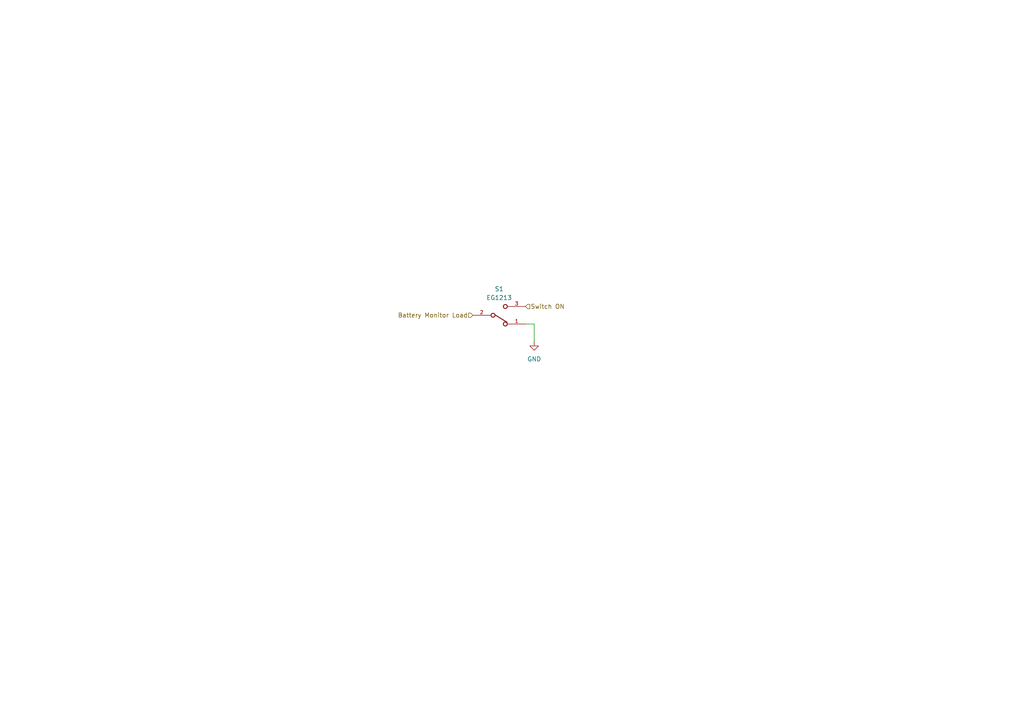
<source format=kicad_sch>
(kicad_sch (version 20250114) (generator "eeschema") (generator_version "9.0")
  (paper "A4")
  (title_block (title "EEE3088F Project PCB Design") (date "2025-03-24") (company "University of Cape Town") (comment 3 "         Emmanual Basua") (comment 4 "Authors: Nejdet Demirtas"))
  (lib_symbols
    (symbol "EG1213:EG1213" (pin_names (offset 1.016))
      (property "Reference" "S" (at 0 0 0))
      (property "Value" "EG1213" (at 0 0 0))
      (symbol "EG1213_0_0"
        (circle (center -1.778 2.54) (radius 0.568) (stroke (width 0.254)))
        (circle (center -1.778 -2.54) (radius 0.568) (stroke (width 0.254)))
        (polyline (pts (xy 1.016 0) (xy -2.286 2.032)) (stroke (width 0.254)))
        (circle (center 1.778 0) (radius 0.568) (stroke (width 0.254)))
        (pin passive line (at -7.62 2.54 0) (length 5.08) (name "~") (number "1"))
        (pin passive line (at -7.62 -2.54 0) (length 5.08) (name "~") (number "3"))
        (pin passive line (at 7.62 0 180) (length 5.08) (name "~") (number "2"))
      )
    )
    (symbol "power:GND" (power) (pin_numbers (hide yes)) (pin_names (offset 0) (hide yes))
      (property "Value" "GND" (at 0 -3.81 0))
      (symbol "GND_0_1"
        (polyline (pts (xy 0 0) (xy 0 -1.27) (xy 1.27 -1.27) (xy 0 -2.54) (xy -1.27 -1.27) (xy 0 -1.27)))
      )
      (symbol "GND_1_1"
        (pin power_in line (at 0 0 270) (length 0) (name "~") (number "1"))
      )
    )
  )
  (wire (pts (xy 154.94 93.98) (xy 154.94 99.06)))
  (wire (pts (xy 152.4 93.98) (xy 154.94 93.98)))
  (hierarchical_label "Switch ON" (shape input) (at 152.4 88.9 0))
  (hierarchical_label "Battery Monitor Load" (shape input) (at 137.16 91.44 180))
  (symbol (lib_id "power:GND") (at 154.94 99.06 0) (unit 1)
    (property "Reference" "#PWR024" (effects (hide yes)))
    (property "Value" "GND" (at 154.94 104.14 0))
    (property "Description" "Power symbol creates a global label with name \"GND\" , ground" (effects (hide yes)))
  )
  (symbol (lib_id "EG1213:EG1213") (at 144.78 91.44 180) (unit 1)
    (property "Reference" "S1" (at 144.78 83.82 0))
    (property "Value" "EG1213" (at 144.78 86.36 0))
    (property "Footprint" "EG1213:SW_EG1213" (effects (hide yes)))
    (property "MF" "e-switch inc" (effects (hide yes)))
    (property "Description_1" "Slide Switch SPDT Through Hole, Right Angle" (effects (hide yes)))
    (property "Package" "None" (effects (hide yes)))
    (property "Price" "None" (effects (hide yes)))
    (property "Check_prices" "https://www.snapeda.com/parts/EG1213/E-Switch/view-part/?ref=eda" (effects (hide yes)))
    (property "SnapEDA_Link" "https://www.snapeda.com/parts/EG1213/E-Switch/view-part/?ref=snap" (effects (hide yes)))
    (property "MP" "EG1213" (effects (hide yes)))
    (property "Availability" "In Stock" (effects (hide yes)))
    (property "MANUFACTURER" "E-Switch" (effects (hide yes)))
  )
)
</source>
